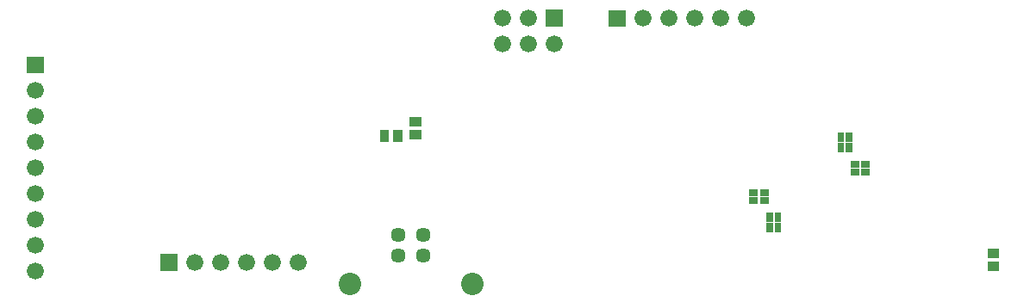
<source format=gbr>
G04 start of page 6 for group -4062 idx -4062 *
G04 Title: (unknown), soldermask *
G04 Creator: pcb 1.99y *
G04 CreationDate: Mon 27 Apr 2009 04:40:54 PM GMT UTC *
G04 For: jean *
G04 Format: Gerber/RS-274X *
G04 PCB-Dimensions: 600000 500000 *
G04 PCB-Coordinate-Origin: lower left *
%MOIN*%
%FSLAX25Y25*%
%LNBACKMASK*%
%ADD11C,0.0200*%
%ADD37C,0.0660*%
%ADD38C,0.0570*%
%ADD39C,0.0870*%
%ADD41R,0.0257X0.0257*%
%ADD42R,0.0355X0.0355*%
G54D37*X75700Y390400D03*
X85700D03*
X95700D03*
X105700D03*
X115700D03*
G54D38*X154427Y400900D03*
X164269D03*
X154427Y393026D03*
X164269D03*
G54D39*X182971Y382199D03*
X135727D03*
G54D37*X14200Y436900D03*
Y426900D03*
Y416900D03*
Y406900D03*
G54D11*G36*
X10900Y470200D02*Y463600D01*
X17500D01*
Y470200D01*
X10900D01*
G37*
G54D37*X14200Y456900D03*
Y446900D03*
Y396900D03*
Y386900D03*
G54D11*G36*
X62400Y393700D02*Y387100D01*
X69000D01*
Y393700D01*
X62400D01*
G37*
G36*
X211500Y488300D02*Y481700D01*
X218100D01*
Y488300D01*
X211500D01*
G37*
G54D37*X204800Y485000D03*
X194800D03*
Y475000D03*
X204800D03*
X214800D03*
G54D11*G36*
X235900Y488200D02*Y481600D01*
X242500D01*
Y488200D01*
X235900D01*
G37*
G54D37*X249200Y484900D03*
X259200D03*
X269200D03*
X279200D03*
X289200D03*
G54D42*X154259Y439892D02*Y438908D01*
X149141Y439892D02*Y438908D01*
X160708Y439841D02*X161692D01*
X160708Y444959D02*X161692D01*
X384208Y393959D02*X385192D01*
X384208Y388841D02*X385192D01*
G54D41*X334807Y428474D02*X335593D01*
X330807D02*X331593D01*
X334807Y425326D02*X335593D01*
X330807D02*X331593D01*
X328774Y439293D02*Y438507D01*
X325626Y439293D02*Y438507D01*
X328774Y435293D02*Y434507D01*
X325626Y435293D02*Y434507D01*
X298126Y408293D02*Y407507D01*
X295807Y414326D02*X296593D01*
X295807Y417474D02*X296593D01*
X291307Y414326D02*X292093D01*
X291307Y417474D02*X292093D01*
X301274Y408293D02*Y407507D01*
X298126Y404293D02*Y403507D01*
X301274Y404293D02*Y403507D01*
M02*

</source>
